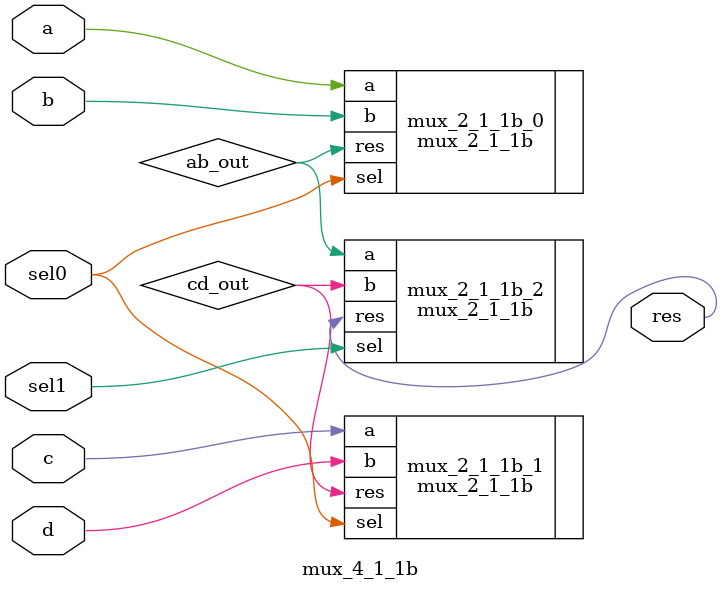
<source format=v>
module mux_4_1_1b(a, b, c, d, sel1, sel0, res);
   input a;
   input b;
   input c;
   input d;
   input sel1;
   input sel0;
   output res;
   wire   ab_out;
   mux_2_1_1b mux_2_1_1b_0(.a(a), .b(b), .sel(sel0), .res(ab_out));
   wire   cd_out;
   mux_2_1_1b mux_2_1_1b_1(.a(c), .b(d), .sel(sel0), .res(cd_out));
   mux_2_1_1b mux_2_1_1b_2(.a(ab_out), .b(cd_out), .sel(sel1), .res(res));
endmodule // mux_4_1_1b

</source>
